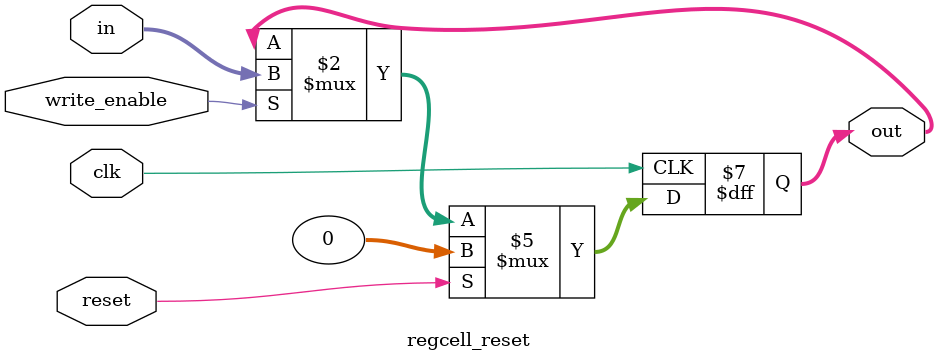
<source format=sv>
module regcell_reset
  #(parameter RESET_VALUE = 0)
   (input logic clk,
    input logic         reset,
    input logic [31:0]  in,
    input logic         write_enable,
    output logic [31:0] out);
   always_ff @(posedge clk)
     if(reset)
       out <= RESET_VALUE;
     else if(write_enable)
       out <= in;
endmodule

</source>
